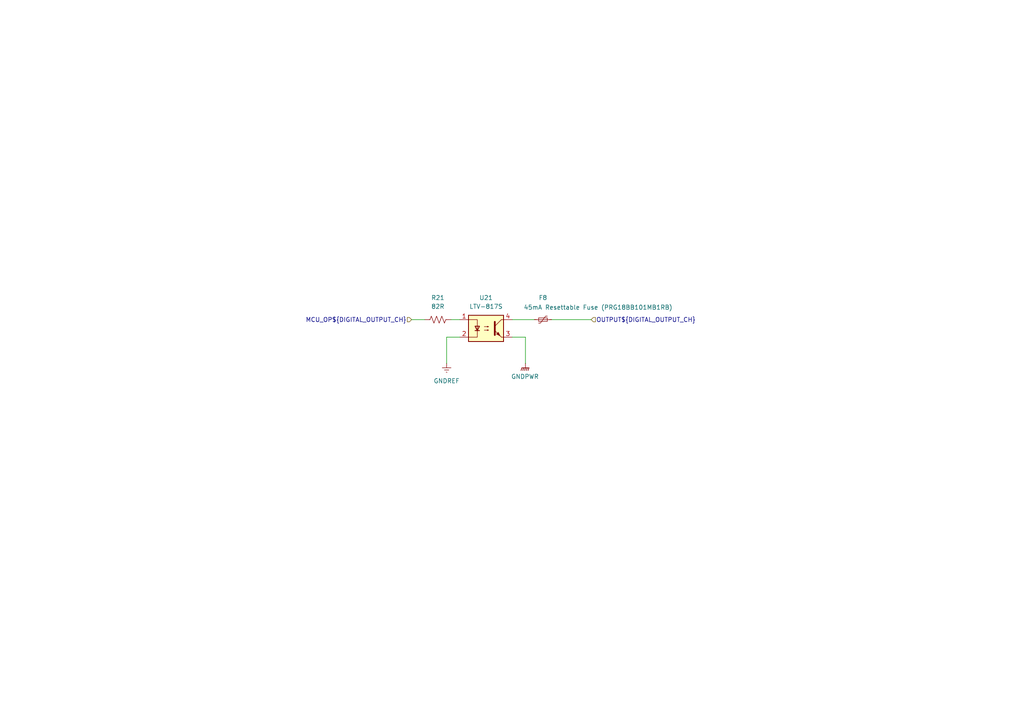
<source format=kicad_sch>
(kicad_sch (version 20250114) (generator "eeschema") (generator_version "9.0")
  (paper "A4")
  (lib_symbols
    (symbol "Device:Polyfuse_Small" (pin_numbers (hide yes)) (pin_names (offset 0))
      (property "Reference" "F" (at -1.905 0 90))
      (property "Value" "Polyfuse_Small" (at 1.905 0 90))
      (symbol "Polyfuse_Small_0_1"
        (polyline (pts (xy -1.016 1.27) (xy -1.016 0.762) (xy 1.016 -0.762) (xy 1.016 -1.27)))
        (rectangle (start -0.508 1.27) (end 0.508 -1.27))
        (polyline (pts (xy 0 2.54) (xy 0 -2.54)))
      )
      (symbol "Polyfuse_Small_1_1"
        (pin passive line (at 0 2.54 270) (length 0.635) (name "~") (number "1"))
        (pin passive line (at 0 -2.54 90) (length 0.635) (name "~") (number "2"))
      )
    )
    (symbol "Device:R_US" (pin_numbers (hide yes)) (pin_names (offset 0))
      (property "Reference" "R" (at 2.54 0 90))
      (property "Value" "R_US" (at -2.54 0 90))
      (symbol "R_US_0_1"
        (polyline (pts (xy 0 2.286) (xy 0 2.54)))
        (polyline (pts (xy 0 2.286) (xy 1.016 1.905) (xy 0 1.524) (xy -1.016 1.143) (xy 0 0.762)))
        (polyline (pts (xy 0 0.762) (xy 1.016 0.381) (xy 0 0) (xy -1.016 -0.381) (xy 0 -0.762)))
        (polyline (pts (xy 0 -0.762) (xy 1.016 -1.143) (xy 0 -1.524) (xy -1.016 -1.905) (xy 0 -2.286)))
        (polyline (pts (xy 0 -2.286) (xy 0 -2.54)))
      )
      (symbol "R_US_1_1"
        (pin passive line (at 0 3.81 270) (length 1.27) (name "~") (number "1"))
        (pin passive line (at 0 -3.81 90) (length 1.27) (name "~") (number "2"))
      )
    )
    (symbol "Isolator:LTV-817S" (pin_names (offset 1.016))
      (property "Reference" "U" (at -3.81 5.08 0))
      (property "Value" "LTV-817S" (at 0 -5.08 0))
      (symbol "LTV-817S_1_1"
        (rectangle (start -5.08 3.81) (end 5.08 -3.81) (stroke (width 0.254)) (fill (type background)))
        (polyline (pts (xy -5.08 2.54) (xy -2.54 2.54) (xy -2.54 -0.762)))
        (polyline (pts (xy -3.175 -0.635) (xy -1.905 -0.635)) (stroke (width 0.254)))
        (polyline (pts (xy -2.54 -0.635) (xy -2.54 -2.54) (xy -5.08 -2.54)))
        (polyline (pts (xy -2.54 -0.635) (xy -3.175 0.635) (xy -1.905 0.635) (xy -2.54 -0.635)) (stroke (width 0.254)))
        (polyline (pts (xy -0.508 0.508) (xy 0.762 0.508) (xy 0.381 0.381) (xy 0.381 0.635) (xy 0.762 0.508)))
        (polyline (pts (xy -0.508 -0.508) (xy 0.762 -0.508) (xy 0.381 -0.635) (xy 0.381 -0.381) (xy 0.762 -0.508)))
        (polyline (pts (xy 2.54 1.905) (xy 2.54 -1.905) (xy 2.54 -1.905)) (stroke (width 0.508)))
        (polyline (pts (xy 2.54 0.635) (xy 4.445 2.54)))
        (polyline (pts (xy 3.048 -1.651) (xy 3.556 -1.143) (xy 4.064 -2.159) (xy 3.048 -1.651) (xy 3.048 -1.651)) (fill (type outline)))
        (polyline (pts (xy 4.445 2.54) (xy 5.08 2.54)))
        (polyline (pts (xy 4.445 -2.54) (xy 2.54 -0.635)) (fill (type outline)))
        (polyline (pts (xy 4.445 -2.54) (xy 5.08 -2.54)))
        (pin passive line (at -7.62 2.54 0) (length 2.54) (name "~") (number "1"))
        (pin passive line (at -7.62 -2.54 0) (length 2.54) (name "~") (number "2"))
        (pin passive line (at 7.62 2.54 180) (length 2.54) (name "~") (number "4"))
        (pin passive line (at 7.62 -2.54 180) (length 2.54) (name "~") (number "3"))
      )
    )
    (symbol "power:GNDPWR" (power) (pin_numbers (hide yes)) (pin_names (offset 0) (hide yes))
      (property "Value" "GNDPWR" (at 0 -3.302 0))
      (symbol "GNDPWR_0_1"
        (polyline (pts (xy -1.016 -1.27) (xy -1.27 -2.032) (xy -1.27 -2.032)) (stroke (width 0.2032)))
        (polyline (pts (xy -0.508 -1.27) (xy -0.762 -2.032) (xy -0.762 -2.032)) (stroke (width 0.2032)))
        (polyline (pts (xy 0 -1.27) (xy 0 0)))
        (polyline (pts (xy 0 -1.27) (xy -0.254 -2.032) (xy -0.254 -2.032)) (stroke (width 0.2032)))
        (polyline (pts (xy 0.508 -1.27) (xy 0.254 -2.032) (xy 0.254 -2.032)) (stroke (width 0.2032)))
        (polyline (pts (xy 1.016 -1.27) (xy -1.016 -1.27) (xy -1.016 -1.27)) (stroke (width 0.2032)))
        (polyline (pts (xy 1.016 -1.27) (xy 0.762 -2.032) (xy 0.762 -2.032) (xy 0.762 -2.032)) (stroke (width 0.2032)))
      )
      (symbol "GNDPWR_1_1"
        (pin power_in line (at 0 0 270) (length 0) (name "~") (number "1"))
      )
    )
    (symbol "power:GNDREF" (power) (pin_numbers (hide yes)) (pin_names (offset 0) (hide yes))
      (property "Value" "GNDREF" (at 0 -3.81 0))
      (symbol "GNDREF_0_1"
        (polyline (pts (xy -0.635 -1.905) (xy 0.635 -1.905)))
        (polyline (pts (xy -0.127 -2.54) (xy 0.127 -2.54)))
        (polyline (pts (xy 0 -1.27) (xy 0 0)))
        (polyline (pts (xy 1.27 -1.27) (xy -1.27 -1.27)))
      )
      (symbol "GNDREF_1_1"
        (pin power_in line (at 0 0 270) (length 0) (name "~") (number "1"))
      )
    )
  )
  (wire (pts (xy 152.4 97.79) (xy 152.4 105.41)))
  (wire (pts (xy 148.59 92.71) (xy 154.94 92.71)))
  (wire (pts (xy 123.19 92.71) (xy 119.38 92.71)))
  (wire (pts (xy 130.81 92.71) (xy 133.35 92.71)))
  (wire (pts (xy 148.59 97.79) (xy 152.4 97.79)))
  (wire (pts (xy 160.02 92.71) (xy 171.45 92.71)))
  (wire (pts (xy 129.54 97.79) (xy 129.54 105.41)))
  (wire (pts (xy 129.54 97.79) (xy 133.35 97.79)))
  (hierarchical_label "MCU_OP${DIGITAL_OUTPUT_CH}" (shape input) (at 119.38 92.71 180))
  (hierarchical_label "OUTPUT${DIGITAL_OUTPUT_CH}" (shape input) (at 171.45 92.71 0))
  (symbol (lib_id "Device:Polyfuse_Small") (at 157.48 92.71 90) (unit 1)
    (property "Reference" "F1" (at 157.48 86.36 90))
    (property "Value" "45mA Resettable Fuse (PRG18BB101MB1RB)" (at 173.482 89.154 90))
    (property "Footprint" "Fuse:Fuse_0603_1608Metric_Pad1.05x0.95mm_HandSolder" (effects (hide yes)))
    (property "Description" "Resettable fuse, polymeric positive temperature coefficient, small symbol" (effects (hide yes)))
    (property "JLCPCB Part #（optional）" "C913703" (effects (hide yes)))
    (instances (project "Remora Nucleo F446ZE Hat" (path "" (reference "F8") (unit 1)) (path "" (reference "F2") (unit 1)) (path "" (reference "F10") (unit 1)) (path "" (reference "F6") (unit 1)) (path "" (reference "F1") (unit 1)) (path "" (reference "F3") (unit 1)) (path "" (reference "F7") (unit 1)) (path "" (reference "F4") (unit 1)) (path "" (reference "F9") (unit 1)) (path "" (reference "F5") (unit 1))))
  )
  (symbol (lib_id "Device:R_US") (at 127 92.71 90) (unit 1)
    (property "Reference" "R11" (at 127 86.36 90))
    (property "Value" "82R" (at 127 88.9 90))
    (property "Footprint" "Resistor_SMD:R_1206_3216Metric_Pad1.30x1.75mm_HandSolder" (effects (hide yes)))
    (property "Description" "Resistor, US symbol" (effects (hide yes)))
    (instances (project "Remora Nucleo F446ZE Hat" (path "" (reference "R21") (unit 1)) (path "" (reference "R12") (unit 1)) (path "" (reference "R23") (unit 1)) (path "" (reference "R16") (unit 1)) (path "" (reference "R11") (unit 1)) (path "" (reference "R13") (unit 1)) (path "" (reference "R20") (unit 1)) (path "" (reference "R14") (unit 1)) (path "" (reference "R22") (unit 1)) (path "" (reference "R15") (unit 1))))
  )
  (symbol (lib_id "power:GNDREF") (at 129.54 105.41 0) (unit 1)
    (property "Reference" "#PWR070" (effects (hide yes)))
    (property "Value" "GNDREF" (at 129.54 110.49 0))
    (property "Description" "Power symbol creates a global label with name \"GNDREF\" , reference supply ground" (effects (hide yes)))
    (instances (project "Remora Nucleo F446ZE Hat" (path "" (reference "#PWR0129") (unit 1)) (path "" (reference "#PWR072") (unit 1)) (path "" (reference "#PWR0133") (unit 1)) (path "" (reference "#PWR080") (unit 1)) (path "" (reference "#PWR070") (unit 1)) (path "" (reference "#PWR074") (unit 1)) (path "" (reference "#PWR0127") (unit 1)) (path "" (reference "#PWR076") (unit 1)) (path "" (reference "#PWR0131") (unit 1)) (path "" (reference "#PWR078") (unit 1))))
  )
  (symbol (lib_id "Isolator:LTV-817S") (at 140.97 95.25 0) (unit 1)
    (property "Reference" "U8" (at 140.97 86.36 0))
    (property "Value" "LTV-817S" (at 140.97 88.9 0))
    (property "Footprint" "Package_SO:SOIC-16_3.9x9.9mm_P1.27mm" (effects (hide yes)))
    (property "Datasheet" "http://www.us.liteon.com/downloads/LTV-817-827-847.PDF" (effects (hide yes)))
    (property "Description" "DC Optocoupler, Vce 35V, CTR 50%, SMDIP-4" (effects (hide yes)))
    (property "JLCPCB Part #（optional）" "C189217" (effects (hide yes)))
    (instances (project "Remora Nucleo F446ZE Hat" (path "" (reference "U21") (unit 1)) (path "" (reference "U9") (unit 1)) (path "" (reference "U23") (unit 1)) (path "" (reference "U13") (unit 1)) (path "" (reference "U8") (unit 1)) (path "" (reference "U10") (unit 1)) (path "" (reference "U20") (unit 1)) (path "" (reference "U11") (unit 1)) (path "" (reference "U22") (unit 1)) (path "" (reference "U12") (unit 1))))
  )
  (symbol (lib_id "power:GNDPWR") (at 152.4 105.41 0) (unit 1)
    (property "Reference" "#PWR0121" (effects (hide yes)))
    (property "Value" "GNDPWR" (at 152.273 109.22 0))
    (property "Description" "Power symbol creates a global label with name \"GNDPWR\" , global ground" (effects (hide yes)))
    (instances (project "Remora Nucleo F446ZE Hat" (path "" (reference "#PWR0236") (unit 1)) (path "" (reference "#PWR0135") (unit 1)) (path "" (reference "#PWR0238") (unit 1)) (path "" (reference "#PWR0234") (unit 1)) (path "" (reference "#PWR0121") (unit 1)) (path "" (reference "#PWR0137") (unit 1)) (path "" (reference "#PWR0235") (unit 1)) (path "" (reference "#PWR0141") (unit 1)) (path "" (reference "#PWR0237") (unit 1)) (path "" (reference "#PWR0232") (unit 1))))
  )
)
</source>
